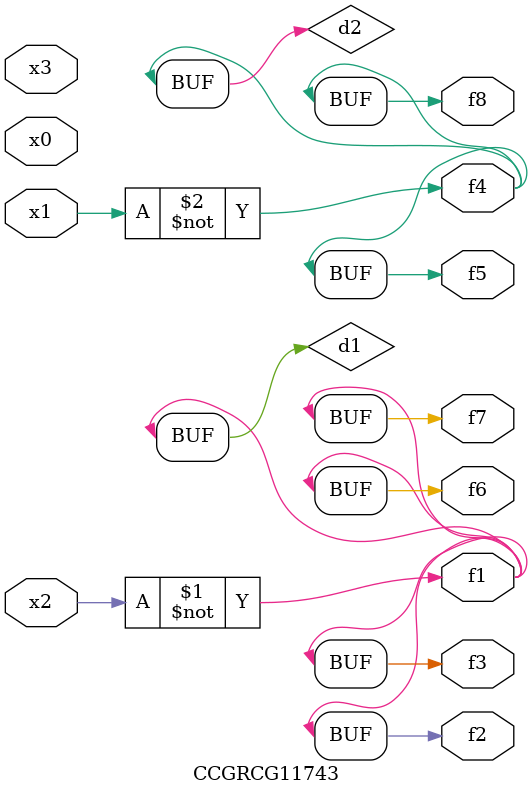
<source format=v>
module CCGRCG11743(
	input x0, x1, x2, x3,
	output f1, f2, f3, f4, f5, f6, f7, f8
);

	wire d1, d2;

	xnor (d1, x2);
	not (d2, x1);
	assign f1 = d1;
	assign f2 = d1;
	assign f3 = d1;
	assign f4 = d2;
	assign f5 = d2;
	assign f6 = d1;
	assign f7 = d1;
	assign f8 = d2;
endmodule

</source>
